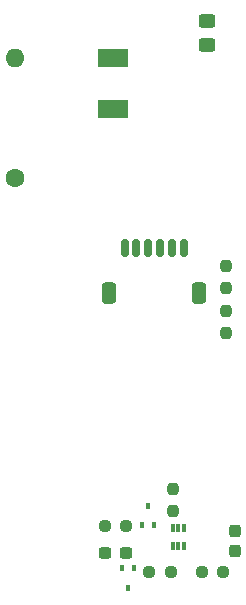
<source format=gbr>
%TF.GenerationSoftware,KiCad,Pcbnew,7.0.5*%
%TF.CreationDate,2023-06-06T16:58:07-04:00*%
%TF.ProjectId,SIDE,53494445-2e6b-4696-9361-645f70636258,rev?*%
%TF.SameCoordinates,Original*%
%TF.FileFunction,Soldermask,Bot*%
%TF.FilePolarity,Negative*%
%FSLAX46Y46*%
G04 Gerber Fmt 4.6, Leading zero omitted, Abs format (unit mm)*
G04 Created by KiCad (PCBNEW 7.0.5) date 2023-06-06 16:58:07*
%MOMM*%
%LPD*%
G01*
G04 APERTURE LIST*
G04 Aperture macros list*
%AMRoundRect*
0 Rectangle with rounded corners*
0 $1 Rounding radius*
0 $2 $3 $4 $5 $6 $7 $8 $9 X,Y pos of 4 corners*
0 Add a 4 corners polygon primitive as box body*
4,1,4,$2,$3,$4,$5,$6,$7,$8,$9,$2,$3,0*
0 Add four circle primitives for the rounded corners*
1,1,$1+$1,$2,$3*
1,1,$1+$1,$4,$5*
1,1,$1+$1,$6,$7*
1,1,$1+$1,$8,$9*
0 Add four rect primitives between the rounded corners*
20,1,$1+$1,$2,$3,$4,$5,0*
20,1,$1+$1,$4,$5,$6,$7,0*
20,1,$1+$1,$6,$7,$8,$9,0*
20,1,$1+$1,$8,$9,$2,$3,0*%
G04 Aperture macros list end*
%ADD10C,1.600000*%
%ADD11O,1.600000X1.600000*%
%ADD12RoundRect,0.237500X-0.250000X-0.237500X0.250000X-0.237500X0.250000X0.237500X-0.250000X0.237500X0*%
%ADD13RoundRect,0.237500X0.250000X0.237500X-0.250000X0.237500X-0.250000X-0.237500X0.250000X-0.237500X0*%
%ADD14RoundRect,0.237500X0.237500X-0.250000X0.237500X0.250000X-0.237500X0.250000X-0.237500X-0.250000X0*%
%ADD15R,0.460000X0.475000*%
%ADD16RoundRect,0.237500X-0.300000X-0.237500X0.300000X-0.237500X0.300000X0.237500X-0.300000X0.237500X0*%
%ADD17R,2.500000X1.500000*%
%ADD18RoundRect,0.250000X0.450000X-0.325000X0.450000X0.325000X-0.450000X0.325000X-0.450000X-0.325000X0*%
%ADD19R,0.340000X0.700000*%
%ADD20RoundRect,0.150000X0.150000X0.625000X-0.150000X0.625000X-0.150000X-0.625000X0.150000X-0.625000X0*%
%ADD21RoundRect,0.250000X0.350000X0.650000X-0.350000X0.650000X-0.350000X-0.650000X0.350000X-0.650000X0*%
%ADD22RoundRect,0.237500X0.237500X-0.300000X0.237500X0.300000X-0.237500X0.300000X-0.237500X-0.300000X0*%
G04 APERTURE END LIST*
D10*
%TO.C,R6*%
X139970000Y-64330000D03*
D11*
X139970000Y-54170000D03*
%TD*%
D12*
%TO.C,R5*%
X155767500Y-97688022D03*
X157592500Y-97688022D03*
%TD*%
D13*
%TO.C,R11*%
X149362500Y-93758022D03*
X147537500Y-93758022D03*
%TD*%
D14*
%TO.C,R2*%
X157830000Y-73630522D03*
X157830000Y-71805522D03*
%TD*%
D15*
%TO.C,Q2*%
X149010000Y-97345022D03*
X150010000Y-97345022D03*
X149510000Y-99021022D03*
%TD*%
D14*
%TO.C,R4*%
X153290000Y-92480522D03*
X153290000Y-90655522D03*
%TD*%
D16*
%TO.C,C2*%
X147587500Y-96048022D03*
X149312500Y-96048022D03*
%TD*%
D14*
%TO.C,R3*%
X157830000Y-77440522D03*
X157830000Y-75615522D03*
%TD*%
D17*
%TO.C,J2*%
X148220000Y-54200000D03*
%TD*%
D18*
%TO.C,D1*%
X156220000Y-53060522D03*
X156220000Y-51010522D03*
%TD*%
D19*
%TO.C,U2*%
X154280000Y-95468022D03*
X153780000Y-95468022D03*
X153280000Y-95468022D03*
X153280000Y-93968022D03*
X153780000Y-93968022D03*
X154280000Y-93968022D03*
%TD*%
D15*
%TO.C,Q1*%
X151730000Y-93738022D03*
X150730000Y-93738022D03*
X151230000Y-92062022D03*
%TD*%
D17*
%TO.C,J1*%
X148220000Y-58500000D03*
%TD*%
D20*
%TO.C,J4*%
X154220000Y-70218022D03*
X153220000Y-70218022D03*
X152220000Y-70218022D03*
X151220000Y-70218022D03*
X150220000Y-70218022D03*
X149220000Y-70218022D03*
D21*
X155520000Y-74093022D03*
X147920000Y-74093022D03*
%TD*%
D22*
%TO.C,C1*%
X158580000Y-95920522D03*
X158580000Y-94195522D03*
%TD*%
D12*
%TO.C,R1*%
X151307500Y-97688022D03*
X153132500Y-97688022D03*
%TD*%
M02*

</source>
